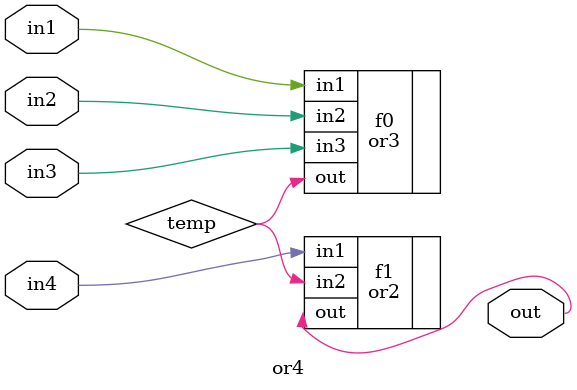
<source format=v>
module or4(out, in1, in2, in3, in4);

	output out;
	input in1, in2, in3, in4;

	wire temp;

	or3 f0(.out(temp), .in1(in1), .in2(in2), .in3(in3));
	or2 f1(.out(out), .in1(in4), .in2(temp));

endmodule
</source>
